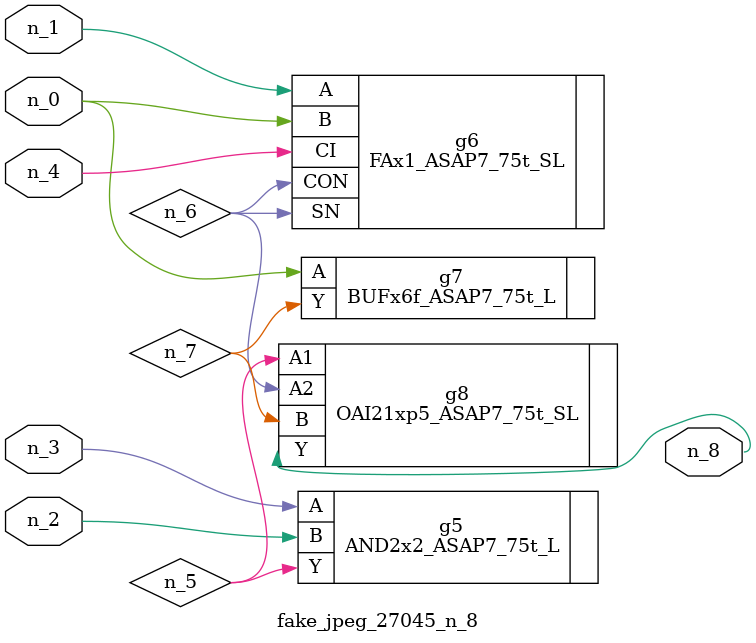
<source format=v>
module fake_jpeg_27045_n_8 (n_3, n_2, n_1, n_0, n_4, n_8);

input n_3;
input n_2;
input n_1;
input n_0;
input n_4;

output n_8;

wire n_6;
wire n_5;
wire n_7;

AND2x2_ASAP7_75t_L g5 ( 
.A(n_3),
.B(n_2),
.Y(n_5)
);

FAx1_ASAP7_75t_SL g6 ( 
.A(n_1),
.B(n_0),
.CI(n_4),
.CON(n_6),
.SN(n_6)
);

BUFx6f_ASAP7_75t_L g7 ( 
.A(n_0),
.Y(n_7)
);

OAI21xp5_ASAP7_75t_SL g8 ( 
.A1(n_5),
.A2(n_6),
.B(n_7),
.Y(n_8)
);


endmodule
</source>
